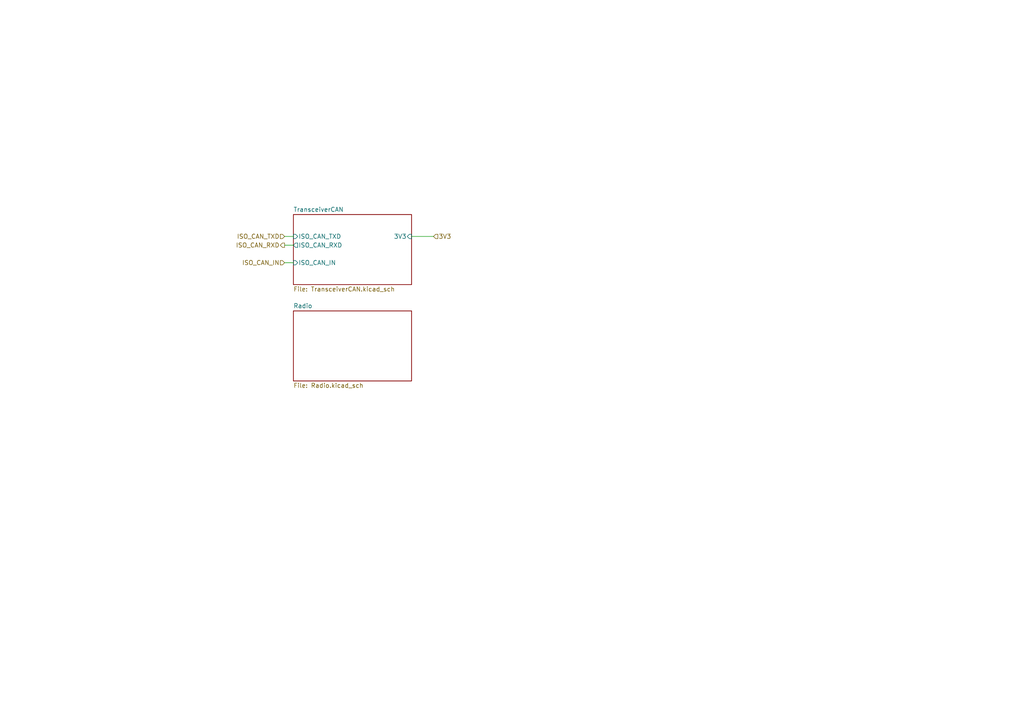
<source format=kicad_sch>
(kicad_sch
	(version 20250114)
	(generator "eeschema")
	(generator_version "9.0")
	(uuid "a0e22808-5441-41f8-acb1-3fe6926466a3")
	(paper "A4")
	(lib_symbols)
	(wire
		(pts
			(xy 119.38 68.58) (xy 125.73 68.58)
		)
		(stroke
			(width 0)
			(type default)
		)
		(uuid "07cf269a-c605-4b93-bfee-b7891e0884a6")
	)
	(wire
		(pts
			(xy 82.55 68.58) (xy 85.09 68.58)
		)
		(stroke
			(width 0)
			(type default)
		)
		(uuid "2f19c7a9-c6c8-48e4-9c3e-cd96f2350252")
	)
	(wire
		(pts
			(xy 82.55 76.2) (xy 85.09 76.2)
		)
		(stroke
			(width 0)
			(type default)
		)
		(uuid "419c693a-ae32-4d6a-b06f-813d2d8056e4")
	)
	(wire
		(pts
			(xy 82.55 71.12) (xy 85.09 71.12)
		)
		(stroke
			(width 0)
			(type default)
		)
		(uuid "780dc654-d56f-4f91-a5a4-0a417f2690ee")
	)
	(hierarchical_label "3V3"
		(shape input)
		(at 125.73 68.58 0)
		(effects
			(font
				(size 1.27 1.27)
			)
			(justify left)
		)
		(uuid "0cd58315-d080-4099-9c38-7f665bf912ce")
	)
	(hierarchical_label "ISO_CAN_IN"
		(shape input)
		(at 82.55 76.2 180)
		(effects
			(font
				(size 1.27 1.27)
			)
			(justify right)
		)
		(uuid "2fc94527-83f8-48d0-8999-e28f8e5ce83b")
	)
	(hierarchical_label "ISO_CAN_RXD"
		(shape output)
		(at 82.55 71.12 180)
		(effects
			(font
				(size 1.27 1.27)
			)
			(justify right)
		)
		(uuid "43af7553-c6c7-4a68-8391-778b7436d62d")
	)
	(hierarchical_label "ISO_CAN_TXD"
		(shape input)
		(at 82.55 68.58 180)
		(effects
			(font
				(size 1.27 1.27)
			)
			(justify right)
		)
		(uuid "eed08b3f-05ab-4dea-bdfa-e7c9517c5ef4")
	)
	(sheet
		(at 85.09 62.23)
		(size 34.29 20.32)
		(exclude_from_sim no)
		(in_bom yes)
		(on_board yes)
		(dnp no)
		(fields_autoplaced yes)
		(stroke
			(width 0.1524)
			(type solid)
		)
		(fill
			(color 0 0 0 0.0000)
		)
		(uuid "7293dcc4-1473-4740-89fd-71ac8c545ff1")
		(property "Sheetname" "TransceiverCAN"
			(at 85.09 61.5184 0)
			(effects
				(font
					(size 1.27 1.27)
				)
				(justify left bottom)
			)
		)
		(property "Sheetfile" "TransceiverCAN.kicad_sch"
			(at 85.09 83.1346 0)
			(effects
				(font
					(size 1.27 1.27)
				)
				(justify left top)
			)
		)
		(pin "ISO_CAN_IN" input
			(at 85.09 76.2 180)
			(uuid "cf278e3a-e15e-4c2e-aa39-3a5ccaaa0fea")
			(effects
				(font
					(size 1.27 1.27)
				)
				(justify left)
			)
		)
		(pin "ISO_CAN_RXD" output
			(at 85.09 71.12 180)
			(uuid "b4c69fbb-c8ca-447c-bc5d-ab595c17b13e")
			(effects
				(font
					(size 1.27 1.27)
				)
				(justify left)
			)
		)
		(pin "ISO_CAN_TXD" input
			(at 85.09 68.58 180)
			(uuid "46b4d4a4-b838-4a3d-9332-f0ffa75adf83")
			(effects
				(font
					(size 1.27 1.27)
				)
				(justify left)
			)
		)
		(pin "3V3" input
			(at 119.38 68.58 0)
			(uuid "75feb625-4a2d-4344-8c67-77bbe5258306")
			(effects
				(font
					(size 1.27 1.27)
				)
				(justify right)
			)
		)
		(instances
			(project "PCB_GSE"
				(path "/a63f9ed4-21e4-42d0-8bfc-f96143f84d4d/5d0affca-363c-4c9d-bb85-abad2de26874"
					(page "13")
				)
			)
		)
	)
	(sheet
		(at 85.09 90.17)
		(size 34.29 20.32)
		(exclude_from_sim no)
		(in_bom yes)
		(on_board yes)
		(dnp no)
		(fields_autoplaced yes)
		(stroke
			(width 0.1524)
			(type solid)
		)
		(fill
			(color 0 0 0 0.0000)
		)
		(uuid "d836d6ab-f333-4f92-a5d1-759c220f057b")
		(property "Sheetname" "Radio"
			(at 85.09 89.4584 0)
			(effects
				(font
					(size 1.27 1.27)
				)
				(justify left bottom)
			)
		)
		(property "Sheetfile" "Radio.kicad_sch"
			(at 85.09 111.0746 0)
			(effects
				(font
					(size 1.27 1.27)
				)
				(justify left top)
			)
		)
		(instances
			(project "PCB_GSE"
				(path "/a63f9ed4-21e4-42d0-8bfc-f96143f84d4d/5d0affca-363c-4c9d-bb85-abad2de26874"
					(page "14")
				)
			)
		)
	)
)

</source>
